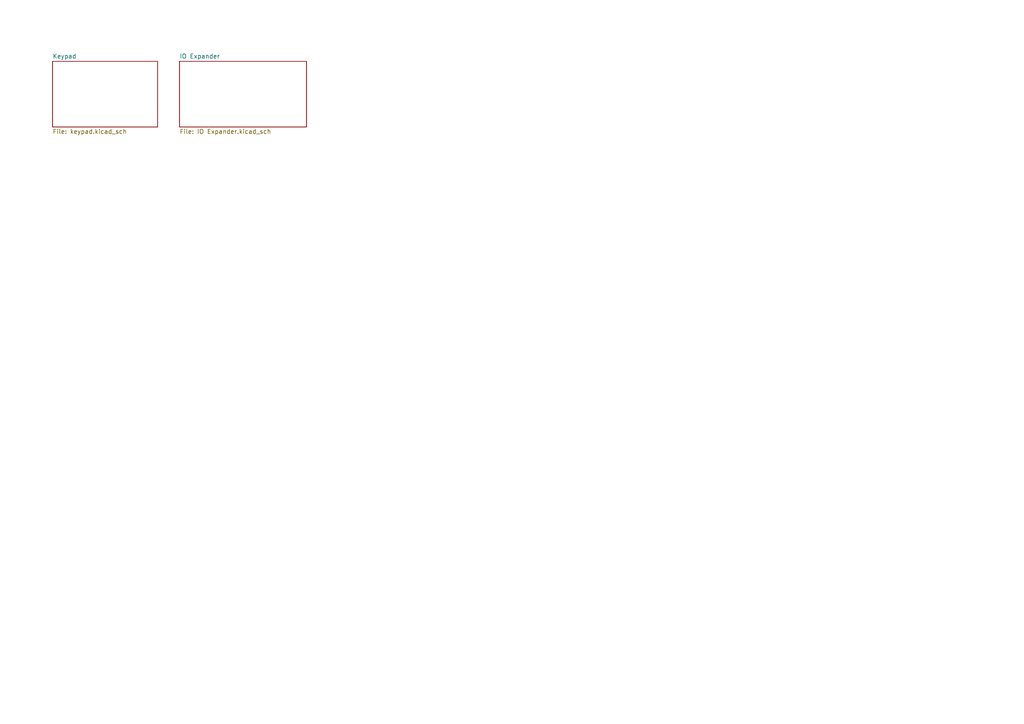
<source format=kicad_sch>
(kicad_sch
	(version 20231120)
	(generator "eeschema")
	(generator_version "8.0")
	(uuid "445bfb24-ddea-4c3c-adf0-194f61df2295")
	(paper "A4")
	(lib_symbols)
	(sheet
		(at 52.07 17.78)
		(size 36.83 19.05)
		(fields_autoplaced yes)
		(stroke
			(width 0.1524)
			(type solid)
		)
		(fill
			(color 0 0 0 0.0000)
		)
		(uuid "13a6b4d8-28e1-43bc-9d4a-d800e46e1b52")
		(property "Sheetname" "IO Expander"
			(at 52.07 17.0684 0)
			(effects
				(font
					(size 1.27 1.27)
				)
				(justify left bottom)
			)
		)
		(property "Sheetfile" "IO Expander.kicad_sch"
			(at 52.07 37.4146 0)
			(effects
				(font
					(size 1.27 1.27)
				)
				(justify left top)
			)
		)
		(instances
			(project "TTWR Keypad"
				(path "/445bfb24-ddea-4c3c-adf0-194f61df2295"
					(page "3")
				)
			)
		)
	)
	(sheet
		(at 15.24 17.78)
		(size 30.48 19.05)
		(fields_autoplaced yes)
		(stroke
			(width 0.1524)
			(type solid)
		)
		(fill
			(color 0 0 0 0.0000)
		)
		(uuid "373e8af0-0131-4dad-ba75-a0fe3a5e3089")
		(property "Sheetname" "Keypad"
			(at 15.24 17.0684 0)
			(effects
				(font
					(size 1.27 1.27)
				)
				(justify left bottom)
			)
		)
		(property "Sheetfile" "keypad.kicad_sch"
			(at 15.24 37.4146 0)
			(effects
				(font
					(size 1.27 1.27)
				)
				(justify left top)
			)
		)
		(instances
			(project "TTWR Keypad"
				(path "/445bfb24-ddea-4c3c-adf0-194f61df2295"
					(page "2")
				)
			)
		)
	)
	(sheet_instances
		(path "/"
			(page "1")
		)
	)
)
</source>
